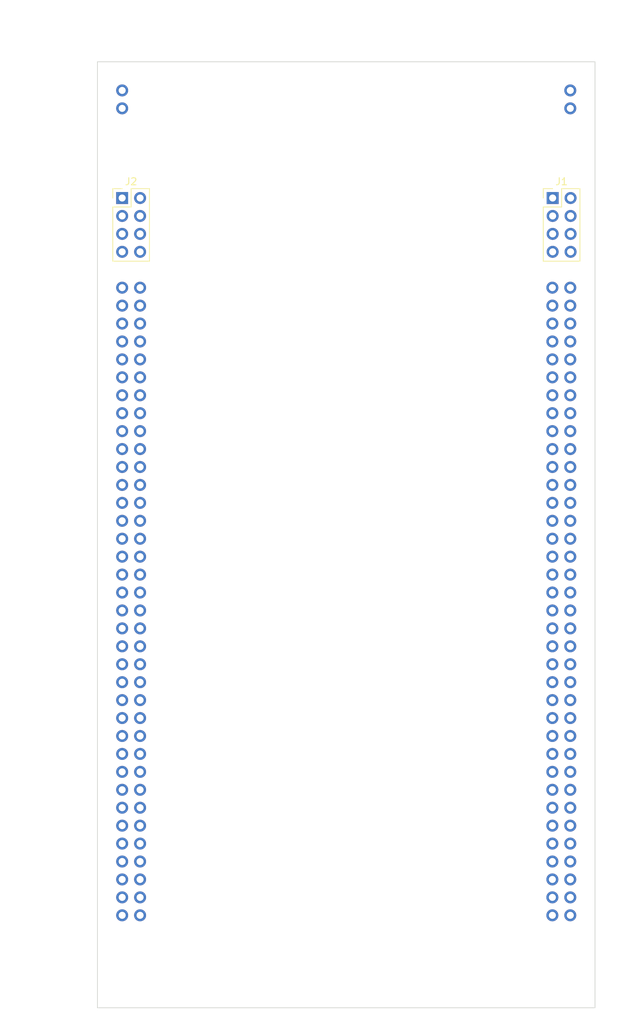
<source format=kicad_pcb>
(kicad_pcb (version 20211014) (generator pcbnew)
  (layers (0 "F.Cu" signal) (31 "B.Cu" signal) (34 "B.Paste" user) (35 "F.Paste" user) (36 "B.SilkS" user "B.Silkscreen") (37 "F.SilkS" user "F.Silkscreen") (38 "B.Mask" user) (39 "F.Mask" user) (44 "Edge.Cuts" user))
  (net 0 "")
  (footprint "Connector_PinHeader_2.54mm:PinHeader_2x04_P2.54mm_Vertical" (layer "F.Cu") (at 163 99.3)
    (fp_text reference "J2" (at 1.27 -2.33) (layer "F.SilkS"))
    (fp_text value "Conn_02x04_Odd_Even")
    (fp_line (start 3.87 -1.33) (end 3.87 8.95) (layer "F.SilkS") (width 0.12))
    (fp_line (start 1.27 -1.33) (end 3.87 -1.33) (layer "F.SilkS") (width 0.12))
    (fp_line (start -1.33 0) (end -1.33 -1.33) (layer "F.SilkS") (width 0.12))
    (fp_line (start -1.33 8.95) (end 3.87 8.95) (layer "F.SilkS") (width 0.12))
    (fp_line (start -1.33 -1.33) (end 0 -1.33) (layer "F.SilkS") (width 0.12))
    (fp_line (start -1.33 1.27) (end 1.27 1.27) (layer "F.SilkS") (width 0.12))
    (fp_line (start -1.33 1.27) (end -1.33 8.95) (layer "F.SilkS") (width 0.12))
    (fp_line (start 1.27 1.27) (end 1.27 -1.33) (layer "F.SilkS") (width 0.12))
    (pad "1" thru_hole rect locked (at 0 0) (size 1.7 1.7) (drill 1) (layers *.Cu *.Mask))
    (pad "2" thru_hole oval (at 2.54 0) (size 1.7 1.7) (drill 1) (layers *.Cu *.Mask))
    (pad "3" thru_hole oval (at 0 2.54) (size 1.7 1.7) (drill 1) (layers *.Cu *.Mask))
    (pad "4" thru_hole oval (at 2.54 2.54) (size 1.7 1.7) (drill 1) (layers *.Cu *.Mask))
    (pad "5" thru_hole oval (at 0 5.08) (size 1.7 1.7) (drill 1) (layers *.Cu *.Mask))
    (pad "6" thru_hole oval (at 2.54 5.08) (size 1.7 1.7) (drill 1) (layers *.Cu *.Mask))
    (pad "7" thru_hole oval (at 0 7.62) (size 1.7 1.7) (drill 1) (layers *.Cu *.Mask))
    (pad "8" thru_hole oval (at 2.54 7.62) (size 1.7 1.7) (drill 1) (layers *.Cu *.Mask))
  )
  (footprint "NISoC-Socket:ST_Morpho_Connector_144_STLink_MountingHoles" (layer "F.Cu") (at 163 112)
    (fp_text reference "X1" hide)
    (fp_text value "NUCLEO144-ZIO")
    (pad "" np_thru_hole circle (at 55.9 -2.5) (size 3 3) (drill 3) (layers *.Cu *.Mask))
    (pad "" np_thru_hole circle (at 54.6 72.4) (size 3 3) (drill 3) (layers *.Cu *.Mask))
    (pad "" np_thru_hole circle (at 40.55 48.3) (size 3 3) (drill 3) (layers *.Cu *.Mask))
    (pad "" np_thru_hole circle (at 8.89 72.39) (size 3 3) (drill 3) (layers *.Cu *.Mask))
    (pad "" np_thru_hole circle (at 7.62 -3.81) (size 3 3) (drill 3) (layers *.Cu *.Mask))
    (pad "1" thru_hole circle (at 0 0) (size 1.7 1.7) (drill 1) (layers *.Cu *.Mask))
    (pad "2" thru_hole circle (at 2.54 0) (size 1.7 1.7) (drill 1) (layers *.Cu *.Mask))
    (pad "3" thru_hole circle (at 0 2.54) (size 1.7 1.7) (drill 1) (layers *.Cu *.Mask))
    (pad "4" thru_hole circle (at 2.54 2.54) (size 1.7 1.7) (drill 1) (layers *.Cu *.Mask))
    (pad "5" thru_hole circle (at 0 5.08) (size 1.7 1.7) (drill 1) (layers *.Cu *.Mask))
    (pad "6" thru_hole circle (at 2.54 5.08) (size 1.7 1.7) (drill 1) (layers *.Cu *.Mask))
    (pad "7" thru_hole circle (at 0 7.62) (size 1.7 1.7) (drill 1) (layers *.Cu *.Mask))
    (pad "8" thru_hole circle (at 2.54 7.62) (size 1.7 1.7) (drill 1) (layers *.Cu *.Mask))
    (pad "9" thru_hole circle (at 0 10.16) (size 1.7 1.7) (drill 1) (layers *.Cu *.Mask))
    (pad "10" thru_hole circle (at 2.54 10.16) (size 1.7 1.7) (drill 1) (layers *.Cu *.Mask))
    (pad "11" thru_hole circle (at 0 12.7) (size 1.7 1.7) (drill 1) (layers *.Cu *.Mask))
    (pad "12" thru_hole circle (at 2.54 12.7) (size 1.7 1.7) (drill 1) (layers *.Cu *.Mask))
    (pad "13" thru_hole circle (at 0 15.24) (size 1.7 1.7) (drill 1) (layers *.Cu *.Mask))
    (pad "14" thru_hole circle (at 2.54 15.24) (size 1.7 1.7) (drill 1) (layers *.Cu *.Mask))
    (pad "15" thru_hole circle (at 0 17.78) (size 1.7 1.7) (drill 1) (layers *.Cu *.Mask))
    (pad "16" thru_hole circle (at 2.54 17.78) (size 1.7 1.7) (drill 1) (layers *.Cu *.Mask))
    (pad "17" thru_hole circle (at 0 20.32) (size 1.7 1.7) (drill 1) (layers *.Cu *.Mask))
    (pad "18" thru_hole circle (at 2.54 20.32) (size 1.7 1.7) (drill 1) (layers *.Cu *.Mask))
    (pad "19" thru_hole circle (at 0 22.86) (size 1.7 1.7) (drill 1) (layers *.Cu *.Mask))
    (pad "20" thru_hole circle (at 2.54 22.86) (size 1.7 1.7) (drill 1) (layers *.Cu *.Mask))
    (pad "21" thru_hole circle (at 0 25.4) (size 1.7 1.7) (drill 1) (layers *.Cu *.Mask))
    (pad "22" thru_hole circle (at 2.54 25.4) (size 1.7 1.7) (drill 1) (layers *.Cu *.Mask))
    (pad "23" thru_hole circle (at 0 27.94) (size 1.7 1.7) (drill 1) (layers *.Cu *.Mask))
    (pad "24" thru_hole circle (at 2.54 27.94) (size 1.7 1.7) (drill 1) (layers *.Cu *.Mask))
    (pad "25" thru_hole circle (at 0 30.48) (size 1.7 1.7) (drill 1) (layers *.Cu *.Mask))
    (pad "26" thru_hole circle (at 2.54 30.48) (size 1.7 1.7) (drill 1) (layers *.Cu *.Mask))
    (pad "27" thru_hole circle (at 0 33.02) (size 1.7 1.7) (drill 1) (layers *.Cu *.Mask))
    (pad "28" thru_hole circle (at 2.54 33.02) (size 1.7 1.7) (drill 1) (layers *.Cu *.Mask))
    (pad "29" thru_hole circle (at 0 35.56) (size 1.7 1.7) (drill 1) (layers *.Cu *.Mask))
    (pad "30" thru_hole circle (at 2.54 35.56) (size 1.7 1.7) (drill 1) (layers *.Cu *.Mask))
    (pad "31" thru_hole circle (at 0 38.1) (size 1.7 1.7) (drill 1) (layers *.Cu *.Mask))
    (pad "32" thru_hole circle (at 2.54 38.1) (size 1.7 1.7) (drill 1) (layers *.Cu *.Mask))
    (pad "33" thru_hole circle (at 0 40.64) (size 1.7 1.7) (drill 1) (layers *.Cu *.Mask))
    (pad "34" thru_hole circle (at 2.54 40.64) (size 1.7 1.7) (drill 1) (layers *.Cu *.Mask))
    (pad "35" thru_hole circle (at 0 43.18) (size 1.7 1.7) (drill 1) (layers *.Cu *.Mask))
    (pad "36" thru_hole circle (at 2.54 43.18) (size 1.7 1.7) (drill 1) (layers *.Cu *.Mask))
    (pad "37" thru_hole circle (at 0 45.72) (size 1.7 1.7) (drill 1) (layers *.Cu *.Mask))
    (pad "38" thru_hole circle (at 2.54 45.72) (size 1.7 1.7) (drill 1) (layers *.Cu *.Mask))
    (pad "39" thru_hole circle (at 0 48.26) (size 1.7 1.7) (drill 1) (layers *.Cu *.Mask))
    (pad "40" thru_hole circle (at 2.54 48.26) (size 1.7 1.7) (drill 1) (layers *.Cu *.Mask))
    (pad "41" thru_hole circle (at 0 50.8) (size 1.7 1.7) (drill 1) (layers *.Cu *.Mask))
    (pad "42" thru_hole circle (at 2.54 50.8) (size 1.7 1.7) (drill 1) (layers *.Cu *.Mask))
    (pad "43" thru_hole circle (at 0 53.34) (size 1.7 1.7) (drill 1) (layers *.Cu *.Mask))
    (pad "44" thru_hole circle (at 2.54 53.34) (size 1.7 1.7) (drill 1) (layers *.Cu *.Mask))
    (pad "45" thru_hole circle (at 0 55.88) (size 1.7 1.7) (drill 1) (layers *.Cu *.Mask))
    (pad "46" thru_hole circle (at 2.54 55.88) (size 1.7 1.7) (drill 1) (layers *.Cu *.Mask))
    (pad "47" thru_hole circle (at 0 58.42) (size 1.7 1.7) (drill 1) (layers *.Cu *.Mask))
    (pad "48" thru_hole circle (at 2.54 58.42) (size 1.7 1.7) (drill 1) (layers *.Cu *.Mask))
    (pad "49" thru_hole circle (at 0 60.96) (size 1.7 1.7) (drill 1) (layers *.Cu *.Mask))
    (pad "50" thru_hole circle (at 2.54 60.96) (size 1.7 1.7) (drill 1) (layers *.Cu *.Mask))
    (pad "51" thru_hole circle (at 0 63.5) (size 1.7 1.7) (drill 1) (layers *.Cu *.Mask))
    (pad "52" thru_hole circle (at 2.54 63.5) (size 1.7 1.7) (drill 1) (layers *.Cu *.Mask))
    (pad "53" thru_hole circle (at 0 66.04) (size 1.7 1.7) (drill 1) (layers *.Cu *.Mask))
    (pad "54" thru_hole circle (at 2.54 66.04) (size 1.7 1.7) (drill 1) (layers *.Cu *.Mask))
    (pad "55" thru_hole circle (at 0 68.58) (size 1.7 1.7) (drill 1) (layers *.Cu *.Mask))
    (pad "56" thru_hole circle (at 2.54 68.58) (size 1.7 1.7) (drill 1) (layers *.Cu *.Mask))
    (pad "57" thru_hole circle (at 0 71.12) (size 1.7 1.7) (drill 1) (layers *.Cu *.Mask))
    (pad "58" thru_hole circle (at 2.54 71.12) (size 1.7 1.7) (drill 1) (layers *.Cu *.Mask))
    (pad "59" thru_hole circle (at 0 73.66) (size 1.7 1.7) (drill 1) (layers *.Cu *.Mask))
    (pad "60" thru_hole circle (at 2.54 73.66) (size 1.7 1.7) (drill 1) (layers *.Cu *.Mask))
    (pad "61" thru_hole circle (at 0 76.2) (size 1.7 1.7) (drill 1) (layers *.Cu *.Mask))
    (pad "62" thru_hole circle (at 2.54 76.2) (size 1.7 1.7) (drill 1) (layers *.Cu *.Mask))
    (pad "63" thru_hole circle (at 0 78.74) (size 1.7 1.7) (drill 1) (layers *.Cu *.Mask))
    (pad "64" thru_hole circle (at 2.54 78.74) (size 1.7 1.7) (drill 1) (layers *.Cu *.Mask))
    (pad "65" thru_hole circle (at 0 81.28) (size 1.7 1.7) (drill 1) (layers *.Cu *.Mask))
    (pad "66" thru_hole circle (at 2.54 81.28) (size 1.7 1.7) (drill 1) (layers *.Cu *.Mask))
    (pad "67" thru_hole circle (at 0 83.82) (size 1.7 1.7) (drill 1) (layers *.Cu *.Mask))
    (pad "68" thru_hole circle (at 2.54 83.82) (size 1.7 1.7) (drill 1) (layers *.Cu *.Mask))
    (pad "69" thru_hole circle (at 0 86.36) (size 1.7 1.7) (drill 1) (layers *.Cu *.Mask))
    (pad "70" thru_hole circle (at 2.54 86.36) (size 1.7 1.7) (drill 1) (layers *.Cu *.Mask))
    (pad "71" thru_hole circle (at 0 88.9) (size 1.7 1.7) (drill 1) (layers *.Cu *.Mask))
    (pad "72" thru_hole circle (at 2.54 88.9) (size 1.7 1.7) (drill 1) (layers *.Cu *.Mask))
    (pad "73" thru_hole circle (at 60.96 0) (size 1.7 1.7) (drill 1) (layers *.Cu *.Mask))
    (pad "74" thru_hole circle (at 63.5 0) (size 1.7 1.7) (drill 1) (layers *.Cu *.Mask))
    (pad "75" thru_hole circle (at 60.96 2.54) (size 1.7 1.7) (drill 1) (layers *.Cu *.Mask))
    (pad "76" thru_hole circle (at 63.5 2.54) (size 1.7 1.7) (drill 1) (layers *.Cu *.Mask))
    (pad "77" thru_hole circle (at 60.96 5.08) (size 1.7 1.7) (drill 1) (layers *.Cu *.Mask))
    (pad "78" thru_hole circle (at 63.5 5.08) (size 1.7 1.7) (drill 1) (layers *.Cu *.Mask))
    (pad "79" thru_hole circle (at 60.96 7.62) (size 1.7 1.7) (drill 1) (layers *.Cu *.Mask))
    (pad "80" thru_hole circle (at 63.5 7.62) (size 1.7 1.7) (drill 1) (layers *.Cu *.Mask))
    (pad "81" thru_hole circle (at 60.96 10.16) (size 1.7 1.7) (drill 1) (layers *.Cu *.Mask))
    (pad "82" thru_hole circle (at 63.5 10.16) (size 1.7 1.7) (drill 1) (layers *.Cu *.Mask))
    (pad "83" thru_hole circle (at 60.96 12.7) (size 1.7 1.7) (drill 1) (layers *.Cu *.Mask))
    (pad "84" thru_hole circle (at 63.5 12.7) (size 1.7 1.7) (drill 1) (layers *.Cu *.Mask))
    (pad "85" thru_hole circle (at 60.96 15.24) (size 1.7 1.7) (drill 1) (layers *.Cu *.Mask))
    (pad "86" thru_hole circle (at 63.5 15.24) (size 1.7 1.7) (drill 1) (layers *.Cu *.Mask))
    (pad "87" thru_hole circle (at 60.96 17.78) (size 1.7 1.7) (drill 1) (layers *.Cu *.Mask))
    (pad "88" thru_hole circle (at 63.5 17.78) (size 1.7 1.7) (drill 1) (layers *.Cu *.Mask))
    (pad "89" thru_hole circle (at 60.96 20.32) (size 1.7 1.7) (drill 1) (layers *.Cu *.Mask))
    (pad "90" thru_hole circle (at 63.5 20.32) (size 1.7 1.7) (drill 1) (layers *.Cu *.Mask))
    (pad "91" thru_hole circle (at 60.96 22.86) (size 1.7 1.7) (drill 1) (layers *.Cu *.Mask))
    (pad "92" thru_hole circle (at 63.5 22.86) (size 1.7 1.7) (drill 1) (layers *.Cu *.Mask))
    (pad "93" thru_hole circle (at 60.96 25.4) (size 1.7 1.7) (drill 1) (layers *.Cu *.Mask))
    (pad "94" thru_hole circle (at 63.5 25.4) (size 1.7 1.7) (drill 1) (layers *.Cu *.Mask))
    (pad "95" thru_hole circle (at 60.96 27.94) (size 1.7 1.7) (drill 1) (layers *.Cu *.Mask))
    (pad "96" thru_hole circle (at 63.5 27.94) (size 1.7 1.7) (drill 1) (layers *.Cu *.Mask))
    (pad "97" thru_hole circle (at 60.96 30.48) (size 1.7 1.7) (drill 1) (layers *.Cu *.Mask))
    (pad "98" thru_hole circle (at 63.5 30.48) (size 1.7 1.7) (drill 1) (layers *.Cu *.Mask))
    (pad "99" thru_hole circle (at 60.96 33.02) (size 1.7 1.7) (drill 1) (layers *.Cu *.Mask))
    (pad "100" thru_hole circle (at 63.5 33.02) (size 1.7 1.7) (drill 1) (layers *.Cu *.Mask))
    (pad "101" thru_hole circle (at 60.96 35.56) (size 1.7 1.7) (drill 1) (layers *.Cu *.Mask))
    (pad "102" thru_hole circle (at 63.5 35.56) (size 1.7 1.7) (drill 1) (layers *.Cu *.Mask))
    (pad "103" thru_hole circle (at 60.96 38.1) (size 1.7 1.7) (drill 1) (layers *.Cu *.Mask))
    (pad "104" thru_hole circle (at 63.5 38.1) (size 1.7 1.7) (drill 1) (layers *.Cu *.Mask))
    (pad "105" thru_hole circle (at 60.96 40.64) (size 1.7 1.7) (drill 1) (layers *.Cu *.Mask))
    (pad "106" thru_hole circle (at 63.5 40.64) (size 1.7 1.7) (drill 1) (layers *.Cu *.Mask))
    (pad "107" thru_hole circle (at 60.96 43.18) (size 1.7 1.7) (drill 1) (layers *.Cu *.Mask))
    (pad "108" thru_hole circle (at 63.5 43.18) (size 1.7 1.7) (drill 1) (layers *.Cu *.Mask))
    (pad "109" thru_hole circle (at 60.96 45.72) (size 1.7 1.7) (drill 1) (layers *.Cu *.Mask))
    (pad "110" thru_hole circle (at 63.5 45.72) (size 1.7 1.7) (drill 1) (layers *.Cu *.Mask))
    (pad "111" thru_hole circle (at 60.96 48.26) (size 1.7 1.7) (drill 1) (layers *.Cu *.Mask))
    (pad "112" thru_hole circle (at 63.5 48.26) (size 1.7 1.7) (drill 1) (layers *.Cu *.Mask))
    (pad "113" thru_hole circle (at 60.96 50.8) (size 1.7 1.7) (drill 1) (layers *.Cu *.Mask))
    (pad "114" thru_hole circle (at 63.5 50.8) (size 1.7 1.7) (drill 1) (layers *.Cu *.Mask))
    (pad "115" thru_hole circle (at 60.96 53.34) (size 1.7 1.7) (drill 1) (layers *.Cu *.Mask))
    (pad "116" thru_hole circle (at 63.5 53.34) (size 1.7 1.7) (drill 1) (layers *.Cu *.Mask))
    (pad "117" thru_hole circle (at 60.96 55.88) (size 1.7 1.7) (drill 1) (layers *.Cu *.Mask))
    (pad "118" thru_hole circle (at 63.5 55.88) (size 1.7 1.7) (drill 1) (layers *.Cu *.Mask))
    (pad "119" thru_hole circle (at 60.96 58.42) (size 1.7 1.7) (drill 1) (layers *.Cu *.Mask))
    (pad "120" thru_hole circle (at 63.5 58.42) (size 1.7 1.7) (drill 1) (layers *.Cu *.Mask))
    (pad "121" thru_hole circle (at 60.96 60.96) (size 1.7 1.7) (drill 1) (layers *.Cu *.Mask))
    (pad "122" thru_hole circle (at 63.5 60.96) (size 1.7 1.7) (drill 1) (layers *.Cu *.Mask))
    (pad "123" thru_hole circle (at 60.96 63.5) (size 1.7 1.7) (drill 1) (layers *.Cu *.Mask))
    (pad "124" thru_hole circle (at 63.5 63.5) (size 1.7 1.7) (drill 1) (layers *.Cu *.Mask))
    (pad "125" thru_hole circle (at 60.96 66.04) (size 1.7 1.7) (drill 1) (layers *.Cu *.Mask))
    (pad "126" thru_hole circle (at 63.5 66.04) (size 1.7 1.7) (drill 1) (layers *.Cu *.Mask))
    (pad "127" thru_hole circle (at 60.96 68.58) (size 1.7 1.7) (drill 1) (layers *.Cu *.Mask))
    (pad "128" thru_hole circle (at 63.5 68.58) (size 1.7 1.7) (drill 1) (layers *.Cu *.Mask))
    (pad "129" thru_hole circle (at 60.96 71.12) (size 1.7 1.7) (drill 1) (layers *.Cu *.Mask))
    (pad "130" thru_hole circle (at 63.5 71.12) (size 1.7 1.7) (drill 1) (layers *.Cu *.Mask))
    (pad "131" thru_hole circle (at 60.96 73.66) (size 1.7 1.7) (drill 1) (layers *.Cu *.Mask))
    (pad "132" thru_hole circle (at 63.5 73.66) (size 1.7 1.7) (drill 1) (layers *.Cu *.Mask))
    (pad "133" thru_hole circle (at 60.96 76.2) (size 1.7 1.7) (drill 1) (layers *.Cu *.Mask))
    (pad "134" thru_hole circle (at 63.5 76.2) (size 1.7 1.7) (drill 1) (layers *.Cu *.Mask))
    (pad "135" thru_hole circle (at 60.96 78.74) (size 1.7 1.7) (drill 1) (layers *.Cu *.Mask))
    (pad "136" thru_hole circle (at 63.5 78.74) (size 1.7 1.7) (drill 1) (layers *.Cu *.Mask))
    (pad "137" thru_hole circle (at 60.96 81.28) (size 1.7 1.7) (drill 1) (layers *.Cu *.Mask))
    (pad "138" thru_hole circle (at 63.5 81.28) (size 1.7 1.7) (drill 1) (layers *.Cu *.Mask))
    (pad "139" thru_hole circle (at 60.96 83.82) (size 1.7 1.7) (drill 1) (layers *.Cu *.Mask))
    (pad "140" thru_hole circle (at 63.5 83.82) (size 1.7 1.7) (drill 1) (layers *.Cu *.Mask))
    (pad "141" thru_hole circle (at 60.96 86.36) (size 1.7 1.7) (drill 1) (layers *.Cu *.Mask))
    (pad "142" thru_hole circle (at 63.5 86.36) (size 1.7 1.7) (drill 1) (layers *.Cu *.Mask))
    (pad "143" thru_hole circle (at 60.96 88.9) (size 1.7 1.7) (drill 1) (layers *.Cu *.Mask))
    (pad "144" thru_hole circle (at 63.5 88.9) (size 1.7 1.7) (drill 1) (layers *.Cu *.Mask))
    (pad "145" thru_hole circle (at 0 -27.94) (size 1.7 1.7) (drill 1) (layers *.Cu *.Mask))
    (pad "146" thru_hole circle (at 0 -25.4) (size 1.7 1.7) (drill 1) (layers *.Cu *.Mask))
    (pad "147" thru_hole circle (at 63.5 -27.94) (size 1.7 1.7) (drill 1) (layers *.Cu *.Mask))
    (pad "148" thru_hole circle (at 63.5 -25.4) (size 1.7 1.7) (drill 1) (layers *.Cu *.Mask))
  )
  (footprint "Connector_PinHeader_2.54mm:PinHeader_2x04_P2.54mm_Vertical" (layer "F.Cu") (at 224 99.3)
    (fp_text reference "J1" (at 1.27 -2.33) (layer "F.SilkS"))
    (fp_text value "Conn_02x04_Odd_Even")
    (fp_line (start -1.33 -1.33) (end 0 -1.33) (layer "F.SilkS") (width 0.12))
    (fp_line (start -1.33 1.27) (end 1.27 1.27) (layer "F.SilkS") (width 0.12))
    (fp_line (start 3.87 -1.33) (end 3.87 8.95) (layer "F.SilkS") (width 0.12))
    (fp_line (start -1.33 8.95) (end 3.87 8.95) (layer "F.SilkS") (width 0.12))
    (fp_line (start 1.27 -1.33) (end 3.87 -1.33) (layer "F.SilkS") (width 0.12))
    (fp_line (start -1.33 0) (end -1.33 -1.33) (layer "F.SilkS") (width 0.12))
    (fp_line (start -1.33 1.27) (end -1.33 8.95) (layer "F.SilkS") (width 0.12))
    (fp_line (start 1.27 1.27) (end 1.27 -1.33) (layer "F.SilkS") (width 0.12))
    (pad "1" thru_hole rect locked (at 0 0) (size 1.7 1.7) (drill 1) (layers *.Cu *.Mask))
    (pad "2" thru_hole oval (at 2.54 0) (size 1.7 1.7) (drill 1) (layers *.Cu *.Mask))
    (pad "3" thru_hole oval (at 0 2.54) (size 1.7 1.7) (drill 1) (layers *.Cu *.Mask))
    (pad "4" thru_hole oval (at 2.54 2.54) (size 1.7 1.7) (drill 1) (layers *.Cu *.Mask))
    (pad "5" thru_hole oval (at 0 5.08) (size 1.7 1.7) (drill 1) (layers *.Cu *.Mask))
    (pad "6" thru_hole oval (at 2.54 5.08) (size 1.7 1.7) (drill 1) (layers *.Cu *.Mask))
    (pad "7" thru_hole oval (at 0 7.62) (size 1.7 1.7) (drill 1) (layers *.Cu *.Mask))
    (pad "8" thru_hole oval (at 2.54 7.62) (size 1.7 1.7) (drill 1) (layers *.Cu *.Mask))
  )
  (gr_line (start 159.5 80) (end 230 80) (layer "Edge.Cuts") (width 0.1))
  (gr_line (start 230 214) (end 159.5 214) (layer "Edge.Cuts") (width 0.1))
  (gr_line (start 230 80) (end 230 214) (layer "Edge.Cuts") (width 0.1))
  (gr_line (start 159.5 214) (end 159.5 80) (layer "Edge.Cuts") (width 0.1))
)
</source>
